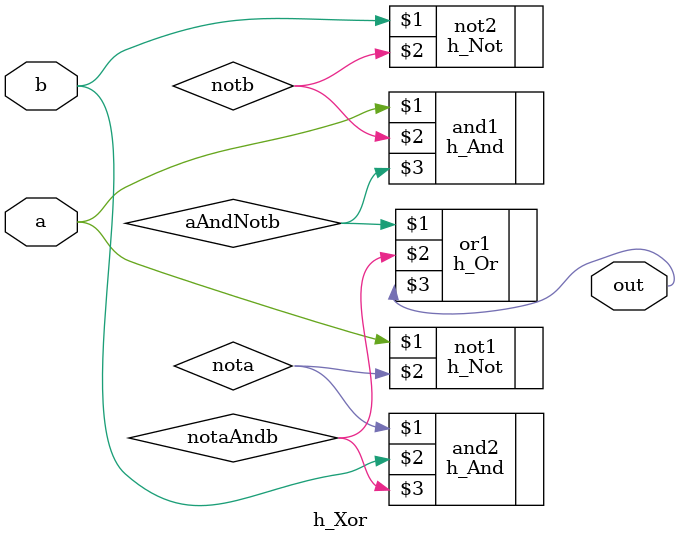
<source format=v>
module h_Xor(
    input a,
    input b,
    output wire out
);

    wire nota;
    wire notb;
    wire aAndNotb;
    wire notaAndb;

    h_Not not1(a, nota);
    h_Not not2(b, notb); 
    h_And and1(a, notb, aAndNotb); 
    h_And and2(nota, b, notaAndb);
    h_Or or1(aAndNotb, notaAndb, out);

endmodule

</source>
